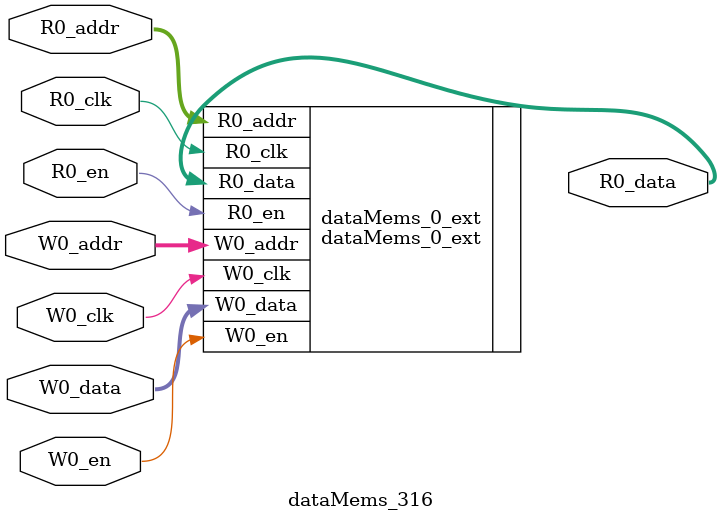
<source format=sv>
`ifndef RANDOMIZE
  `ifdef RANDOMIZE_REG_INIT
    `define RANDOMIZE
  `endif // RANDOMIZE_REG_INIT
`endif // not def RANDOMIZE
`ifndef RANDOMIZE
  `ifdef RANDOMIZE_MEM_INIT
    `define RANDOMIZE
  `endif // RANDOMIZE_MEM_INIT
`endif // not def RANDOMIZE

`ifndef RANDOM
  `define RANDOM $random
`endif // not def RANDOM

// Users can define 'PRINTF_COND' to add an extra gate to prints.
`ifndef PRINTF_COND_
  `ifdef PRINTF_COND
    `define PRINTF_COND_ (`PRINTF_COND)
  `else  // PRINTF_COND
    `define PRINTF_COND_ 1
  `endif // PRINTF_COND
`endif // not def PRINTF_COND_

// Users can define 'ASSERT_VERBOSE_COND' to add an extra gate to assert error printing.
`ifndef ASSERT_VERBOSE_COND_
  `ifdef ASSERT_VERBOSE_COND
    `define ASSERT_VERBOSE_COND_ (`ASSERT_VERBOSE_COND)
  `else  // ASSERT_VERBOSE_COND
    `define ASSERT_VERBOSE_COND_ 1
  `endif // ASSERT_VERBOSE_COND
`endif // not def ASSERT_VERBOSE_COND_

// Users can define 'STOP_COND' to add an extra gate to stop conditions.
`ifndef STOP_COND_
  `ifdef STOP_COND
    `define STOP_COND_ (`STOP_COND)
  `else  // STOP_COND
    `define STOP_COND_ 1
  `endif // STOP_COND
`endif // not def STOP_COND_

// Users can define INIT_RANDOM as general code that gets injected into the
// initializer block for modules with registers.
`ifndef INIT_RANDOM
  `define INIT_RANDOM
`endif // not def INIT_RANDOM

// If using random initialization, you can also define RANDOMIZE_DELAY to
// customize the delay used, otherwise 0.002 is used.
`ifndef RANDOMIZE_DELAY
  `define RANDOMIZE_DELAY 0.002
`endif // not def RANDOMIZE_DELAY

// Define INIT_RANDOM_PROLOG_ for use in our modules below.
`ifndef INIT_RANDOM_PROLOG_
  `ifdef RANDOMIZE
    `ifdef VERILATOR
      `define INIT_RANDOM_PROLOG_ `INIT_RANDOM
    `else  // VERILATOR
      `define INIT_RANDOM_PROLOG_ `INIT_RANDOM #`RANDOMIZE_DELAY begin end
    `endif // VERILATOR
  `else  // RANDOMIZE
    `define INIT_RANDOM_PROLOG_
  `endif // RANDOMIZE
`endif // not def INIT_RANDOM_PROLOG_

// Include register initializers in init blocks unless synthesis is set
`ifndef SYNTHESIS
  `ifndef ENABLE_INITIAL_REG_
    `define ENABLE_INITIAL_REG_
  `endif // not def ENABLE_INITIAL_REG_
`endif // not def SYNTHESIS

// Include rmemory initializers in init blocks unless synthesis is set
`ifndef SYNTHESIS
  `ifndef ENABLE_INITIAL_MEM_
    `define ENABLE_INITIAL_MEM_
  `endif // not def ENABLE_INITIAL_MEM_
`endif // not def SYNTHESIS

module dataMems_316(	// @[generators/ara/src/main/scala/UnsafeAXI4ToTL.scala:365:62]
  input  [4:0]  R0_addr,
  input         R0_en,
  input         R0_clk,
  output [66:0] R0_data,
  input  [4:0]  W0_addr,
  input         W0_en,
  input         W0_clk,
  input  [66:0] W0_data
);

  dataMems_0_ext dataMems_0_ext (	// @[generators/ara/src/main/scala/UnsafeAXI4ToTL.scala:365:62]
    .R0_addr (R0_addr),
    .R0_en   (R0_en),
    .R0_clk  (R0_clk),
    .R0_data (R0_data),
    .W0_addr (W0_addr),
    .W0_en   (W0_en),
    .W0_clk  (W0_clk),
    .W0_data (W0_data)
  );
endmodule


</source>
